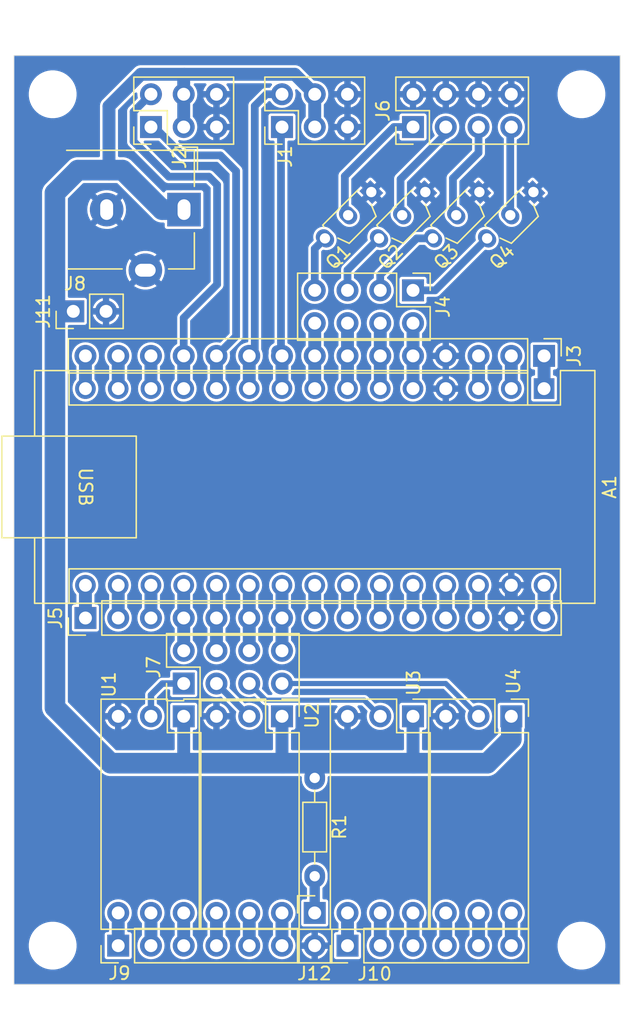
<source format=kicad_pcb>
(kicad_pcb (version 20240108) (generator "pcbnew") (generator_version "8.0")
  (title_block (title "EVBPusher Nano Base Board") (rev "0.1") (company "田中屋電脳部"))
  (layers (0 "F.Cu" signal) (31 "B.Cu" signal) (34 "B.Paste" user) (35 "F.Paste" user) (36 "B.SilkS" user "B.Silkscreen") (37 "F.SilkS" user "F.Silkscreen") (38 "B.Mask" user) (39 "F.Mask" user) (44 "Edge.Cuts" user))
  (net 0 "")
  (net 1 "/A5")
  (net 2 "GND")
  (net 3 "/PIN17_3V3")
  (net 4 "/A4")
  (net 5 "/D5")
  (net 6 "/A6")
  (net 7 "/PIN18_AREF")
  (net 8 "/D10")
  (net 9 "/A3")
  (net 10 "/A7")
  (net 11 "/TX1_DO_NOT_USE")
  (net 12 "/D2")
  (net 13 "/RX1_DO_NOT_USE")
  (net 14 "/D7")
  (net 15 "/PIN30_VIN")
  (net 16 "/D11")
  (net 17 "/A0")
  (net 18 "/PIN27_5V")
  (net 19 "/D9")
  (net 20 "/A1")
  (net 21 "/D13")
  (net 22 "/D3")
  (net 23 "/D8")
  (net 24 "/PIN3_RST")
  (net 25 "/D6")
  (net 26 "/PIN28_RST")
  (net 27 "/D12")
  (net 28 "/D4")
  (net 29 "/A2")
  (net 30 "+5VP")
  (net 31 "Net-(J10-Pin_1)")
  (net 32 "/SW_OD3")
  (net 33 "/SW_OD4")
  (net 34 "/SW_OD2")
  (net 35 "/SW_OD1")
  (net 36 "Net-(J9-Pin_6)")
  (net 37 "Net-(J9-Pin_2)")
  (net 38 "Net-(J9-Pin_4)")
  (net 39 "Net-(J9-Pin_3)")
  (net 40 "Net-(J9-Pin_1)")
  (net 41 "Net-(J9-Pin_5)")
  (net 42 "Net-(J10-Pin_4)")
  (net 43 "Net-(J10-Pin_6)")
  (net 44 "Net-(J10-Pin_2)")
  (net 45 "Net-(J10-Pin_3)")
  (net 46 "Net-(J10-Pin_5)")
  (net 47 "Net-(J7-Pin_1)")
  (net 48 "Net-(J7-Pin_3)")
  (net 49 "Net-(J7-Pin_5)")
  (net 50 "Net-(J7-Pin_7)")
  (net 51 "Net-(J4-Pin_7)")
  (net 52 "Net-(J4-Pin_5)")
  (net 53 "Net-(J4-Pin_1)")
  (net 54 "Net-(J4-Pin_3)")
  (net 55 "Net-(J12-Pin_1)")
  (footprint "01_Prj_Local_Footpint:PinHeader_2x04_P2.54mm_nomargin_Vertical" (layer "F.Cu") (at 113.16 126.68 90)
    (property "Reference" "J7" (at 1.27 -2.33 90) (layer "F.SilkS"))
    (property "Value" "2.54mm Jumper Post x4")
    (fp_line (start 3.87 -1.33) (end 3.87 8.95) (stroke (width 0.12)) (layer "F.SilkS"))
    (fp_line (start 1.27 -1.33) (end 3.87 -1.33) (stroke (width 0.12)) (layer "F.SilkS"))
    (fp_line (start -1.33 -1.33) (end 0 -1.33) (stroke (width 0.12)) (layer "F.SilkS"))
    (fp_line (start -1.33 0) (end -1.33 -1.33) (stroke (width 0.12)) (layer "F.SilkS"))
    (fp_line (start 1.27 1.27) (end 1.27 -1.33) (stroke (width 0.12)) (layer "F.SilkS"))
    (fp_line (start -1.33 1.27) (end 1.27 1.27) (stroke (width 0.12)) (layer "F.SilkS"))
    (fp_line (start -1.33 1.27) (end -1.33 8.95) (stroke (width 0.12)) (layer "F.SilkS"))
    (fp_line (start -1.33 8.95) (end 3.87 8.95) (stroke (width 0.12)) (layer "F.SilkS"))
    (pad "1" thru_hole rect (at 0 0 90) (size 1.7 1.7) (drill 1) (layers "*.Cu" "*.Mask") (net 47 "Net-(J7-Pin_1)"))
    (pad "2" thru_hole oval (at 2.54 0 90) (size 1.7 1.7) (drill 1) (layers "*.Cu" "*.Mask") (net 17 "/A0"))
    (pad "3" thru_hole oval (at 0 2.54 90) (size 1.7 1.7) (drill 1) (layers "*.Cu" "*.Mask") (net 48 "Net-(J7-Pin_3)"))
    (pad "4" thru_hole oval (at 2.54 2.54 90) (size 1.7 1.7) (drill 1) (layers "*.Cu" "*.Mask") (net 20 "/A1"))
    (pad "5" thru_hole oval (at 0 5.08 90) (size 1.7 1.7) (drill 1) (layers "*.Cu" "*.Mask") (net 49 "Net-(J7-Pin_5)"))
    (pad "6" thru_hole oval (at 2.54 5.08 90) (size 1.7 1.7) (drill 1) (layers "*.Cu" "*.Mask") (net 29 "/A2"))
    (pad "7" thru_hole oval (at 0 7.62 90) (size 1.7 1.7) (drill 1) (layers "*.Cu" "*.Mask") (net 50 "Net-(J7-Pin_7)"))
    (pad "8" thru_hole oval (at 2.54 7.62 90) (size 1.7 1.7) (drill 1) (layers "*.Cu" "*.Mask") (net 9 "/A3"))
  )
  (footprint "01_Prj_Local_Footpint:PinHeader_2x03_P2.54mm_nomargin_Vertical" (layer "F.Cu") (at 110.62 83.54 90)
    (property "Reference" "J2" (at -2.3876 2.2098 90) (layer "F.SilkS"))
    (property "Value" "Servo 3x2 header")
    (fp_line (start 3.87 -1.33) (end 3.87 6.41) (stroke (width 0.12)) (layer "F.SilkS"))
    (fp_line (start 1.27 -1.33) (end 3.87 -1.33) (stroke (width 0.12)) (layer "F.SilkS"))
    (fp_line (start -1.33 -1.33) (end 0 -1.33) (stroke (width 0.12)) (layer "F.SilkS"))
    (fp_line (start -1.33 0) (end -1.33 -1.33) (stroke (width 0.12)) (layer "F.SilkS"))
    (fp_line (start 1.27 1.27) (end 1.27 -1.33) (stroke (width 0.12)) (layer "F.SilkS"))
    (fp_line (start -1.33 1.27) (end 1.27 1.27) (stroke (width 0.12)) (layer "F.SilkS"))
    (fp_line (start -1.33 1.27) (end -1.33 6.41) (stroke (width 0.12)) (layer "F.SilkS"))
    (fp_line (start -1.33 6.41) (end 3.87 6.41) (stroke (width 0.12)) (layer "F.SilkS"))
    (pad "1" thru_hole rect (at 0 0 90) (size 1.7 1.7) (drill 1) (layers "*.Cu" "*.Mask") (net 23 "/D8"))
    (pad "2" thru_hole oval (at 2.54 0 90) (size 1.7 1.7) (drill 1) (layers "*.Cu" "*.Mask") (net 19 "/D9"))
    (pad "3" thru_hole oval (at 0 2.54 90) (size 1.7 1.7) (drill 1) (layers "*.Cu" "*.Mask") (net 30 "+5VP"))
    (pad "4" thru_hole oval (at 2.54 2.54 90) (size 1.7 1.7) (drill 1) (layers "*.Cu" "*.Mask") (net 30 "+5VP"))
    (pad "5" thru_hole oval (at 0 5.08 90) (size 1.7 1.7) (drill 1) (layers "*.Cu" "*.Mask") (net 2 "GND"))
    (pad "6" thru_hole oval (at 2.54 5.08 90) (size 1.7 1.7) (drill 1) (layers "*.Cu" "*.Mask") (net 2 "GND"))
  )
  (footprint "MountingHole:MountingHole_3.2mm_M3" (layer "F.Cu") (at 144 81)
    (property "Reference" "MH2" (hide yes))
    (property "Value" "MountingHole_3.2mm_M3" (hide yes))
    (pad "" np_thru_hole circle (at 0 0) (size 3.2 3.2) (drill 3.2) (layers "*.Cu" "*.Mask"))
  )
  (footprint "01_Prj_Local_Footpint:BarrelJack_2.1mm_4A_18742_TMVC" (layer "F.Cu") (at 113.185 89.941 -90)
    (property "Reference" "J8" (at 5.75 8.45 0) (layer "F.SilkS"))
    (property "Value" "Barrel_Jack_Switch")
    (fp_line (start -4.595112 9.1) (end -4.6 -0.8) (stroke (width 0.12)) (layer "F.SilkS"))
    (fp_line (start 4.6 4.8) (end 4.6 9) (stroke (width 0.12)) (layer "F.SilkS"))
    (fp_line (start -4.84 0.7) (end -4.84 -1.04) (stroke (width 0.12)) (layer "F.SilkS"))
    (fp_line (start -4.6 -0.8) (end -1.8 -0.8) (stroke (width 0.12)) (layer "F.SilkS"))
    (fp_line (start 1.8 -0.8) (end 4.6 -0.8) (stroke (width 0.12)) (layer "F.SilkS"))
    (fp_line (start 4.6 -0.8) (end 4.6 1.2) (stroke (width 0.12)) (layer "F.SilkS"))
    (fp_line (start -4.84 -1.04) (end -3.1 -1.04) (stroke (width 0.12)) (layer "F.SilkS"))
    (pad "1" thru_hole rect (at 0 0 270) (size 2.6 2.6) (drill oval 1.6 1) (layers "*.Cu" "*.Mask") (net 30 "+5VP"))
    (pad "2" thru_hole circle (at 0 6 270) (size 2.6 2.6) (drill oval 1.6 1) (layers "*.Cu" "*.Mask") (net 2 "GND"))
    (pad "3" thru_hole circle (at 4.7 3 270) (size 2.6 2.6) (drill oval 1 1.6) (layers "*.Cu" "*.Mask") (net 2 "GND"))
  )
  (footprint "01_Prj_Local_Footpint:PinHeader_1x15_P2.54mm_nomargein_Vertical" (layer "F.Cu") (at 105.54 121.6 90)
    (property "Reference" "J5" (at 0 -2.33 90) (layer "F.SilkS"))
    (property "Value" "Conn_01x15_Pin")
    (fp_line (start -1.33 -1.33) (end 0 -1.33) (stroke (width 0.12)) (layer "F.SilkS"))
    (fp_line (start -1.33 0) (end -1.33 -1.33) (stroke (width 0.12)) (layer "F.SilkS"))
    (fp_line (start 1.33 1.27) (end 1.33 36.89) (stroke (width 0.12)) (layer "F.SilkS"))
    (fp_line (start -1.33 1.27) (end 1.33 1.27) (stroke (width 0.12)) (layer "F.SilkS"))
    (fp_line (start -1.33 1.27) (end -1.33 36.89) (stroke (width 0.12)) (layer "F.SilkS"))
    (fp_line (start -1.33 36.89) (end 1.33 36.89) (stroke (width 0.12)) (layer "F.SilkS"))
    (pad "1" thru_hole rect (at 0 0 90) (size 1.7 1.7) (drill 1) (layers "*.Cu" "*.Mask") (net 21 "/D13"))
    (pad "2" thru_hole oval (at 0 2.54 90) (size 1.7 1.7) (drill 1) (layers "*.Cu" "*.Mask") (net 3 "/PIN17_3V3"))
    (pad "3" thru_hole oval (at 0 5.08 90) (size 1.7 1.7) (drill 1) (layers "*.Cu" "*.Mask") (net 7 "/PIN18_AREF"))
    (pad "4" thru_hole oval (at 0 7.62 90) (size 1.7 1.7) (drill 1) (layers "*.Cu" "*.Mask") (net 17 "/A0"))
    (pad "5" thru_hole oval (at 0 10.16 90) (size 1.7 1.7) (drill 1) (layers "*.Cu" "*.Mask") (net 20 "/A1"))
    (pad "6" thru_hole oval (at 0 12.7 90) (size 1.7 1.7) (drill 1) (layers "*.Cu" "*.Mask") (net 29 "/A2"))
    (pad "7" thru_hole oval (at 0 15.24 90) (size 1.7 1.7) (drill 1) (layers "*.Cu" "*.Mask") (net 9 "/A3"))
    (pad "8" thru_hole oval (at 0 17.78 90) (size 1.7 1.7) (drill 1) (layers "*.Cu" "*.Mask") (net 4 "/A4"))
    (pad "9" thru_hole oval (at 0 20.32 90) (size 1.7 1.7) (drill 1) (layers "*.Cu" "*.Mask") (net 1 "/A5"))
    (pad "10" thru_hole oval (at 0 22.86 90) (size 1.7 1.7) (drill 1) (layers "*.Cu" "*.Mask") (net 6 "/A6"))
    (pad "11" thru_hole oval (at 0 25.4 90) (size 1.7 1.7) (drill 1) (layers "*.Cu" "*.Mask") (net 10 "/A7"))
    (pad "12" thru_hole oval (at 0 27.94 90) (size 1.7 1.7) (drill 1) (layers "*.Cu" "*.Mask") (net 18 "/PIN27_5V"))
    (pad "13" thru_hole oval (at 0 30.48 90) (size 1.7 1.7) (drill 1) (layers "*.Cu" "*.Mask") (net 26 "/PIN28_RST"))
    (pad "14" thru_hole oval (at 0 33.02 90) (size 1.7 1.7) (drill 1) (layers "*.Cu" "*.Mask") (net 2 "GND"))
    (pad "15" thru_hole oval (at 0 35.56 90) (size 1.7 1.7) (drill 1) (layers "*.Cu" "*.Mask") (net 15 "/PIN30_VIN"))
  )
  (footprint "01_Prj_Local_Footpint:PinHeader_1x15_P2.54mm_nomargein_Vertical" (layer "F.Cu") (at 141.1 101.28 -90)
    (property "Reference" "J3" (at 0 -2.33 90) (layer "F.SilkS"))
    (property "Value" "Conn_01x15_Pin")
    (fp_line (start -1.33 36.89) (end 1.33 36.89) (stroke (width 0.12)) (layer "F.SilkS"))
    (fp_line (start -1.33 1.27) (end -1.33 36.89) (stroke (width 0.12)) (layer "F.SilkS"))
    (fp_line (start -1.33 1.27) (end 1.33 1.27) (stroke (width 0.12)) (layer "F.SilkS"))
    (fp_line (start 1.33 1.27) (end 1.33 36.89) (stroke (width 0.12)) (layer "F.SilkS"))
    (fp_line (start -1.33 0) (end -1.33 -1.33) (stroke (width 0.12)) (layer "F.SilkS"))
    (fp_line (start -1.33 -1.33) (end 0 -1.33) (stroke (width 0.12)) (layer "F.SilkS"))
    (pad "1" thru_hole rect (at 0 0 270) (size 1.7 1.7) (drill 1) (layers "*.Cu" "*.Mask") (net 11 "/TX1_DO_NOT_USE"))
    (pad "2" thru_hole oval (at 0 2.54 270) (size 1.7 1.7) (drill 1) (layers "*.Cu" "*.Mask") (net 13 "/RX1_DO_NOT_USE"))
    (pad "3" thru_hole oval (at 0 5.08 270) (size 1.7 1.7) (drill 1) (layers "*.Cu" "*.Mask") (net 24 "/PIN3_RST"))
    (pad "4" thru_hole oval (at 0 7.62 270) (size 1.7 1.7) (drill 1) (layers "*.Cu" "*.Mask") (net 2 "GND"))
    (pad "5" thru_hole oval (at 0 10.16 270) (size 1.7 1.7) (drill 1) (layers "*.Cu" "*.Mask") (net 12 "/D2"))
    (pad "6" thru_hole oval (at 0 12.7 270) (size 1.7 1.7) (drill 1) (layers "*.Cu" "*.Mask") (net 22 "/D3"))
    (pad "7" thru_hole oval (at 0 15.24 270) (size 1.7 1.7) (drill 1) (layers "*.Cu" "*.Mask") (net 28 "/D4"))
    (pad "8" thru_hole oval (at 0 17.78 270) (size 1.7 1.7) (drill 1) (layers "*.Cu" "*.Mask") (net 5 "/D5"))
    (pad "9" thru_hole oval (at 0 20.32 270) (size 1.7 1.7) (drill 1) (layers "*.Cu" "*.Mask") (net 25 "/D6"))
    (pad "10" thru_hole oval (at 0 22.86 270) (size 1.7 1.7) (drill 1) (layers "*.Cu" "*.Mask") (net 14 "/D7"))
    (pad "11" thru_hole oval (at 0 25.4 270) (size 1.7 1.7) (drill 1) (layers "*.Cu" "*.Mask") (net 23 "/D8"))
    (pad "12" thru_hole oval (at 0 27.94 270) (size 1.7 1.7) (drill 1) (layers "*.Cu" "*.Mask") (net 19 "/D9"))
    (pad "13" thru_hole oval (at 0 30.48 270) (size 1.7 1.7) (drill 1) (layers "*.Cu" "*.Mask") (net 8 "/D10"))
    (pad "14" thru_hole oval (at 0 33.02 270) (size 1.7 1.7) (drill 1) (layers "*.Cu" "*.Mask") (net 16 "/D11"))
    (pad "15" thru_hole oval (at 0 35.56 270) (size 1.7 1.7) (drill 1) (layers "*.Cu" "*.Mask") (net 27 "/D12"))
  )
  (footprint "01_Prj_Local_Footpint:TO-92S_Wide_TMVC" (layer "F.Cu") (at 127.704051 88.58 -135)
    (property "Reference" "Q1" (at 5.366977 -1.749346 -135) (layer "F.SilkS"))
    (property "Value" "INK021ABS1-T112")
    (fp_line (start 4.47 0.85) (end 4.5 0.7) (stroke (width 0.12)) (layer "F.SilkS"))
    (fp_line (start 4.35 -0.7) (end 4.02 -1.6) (stroke (width 0.12)) (layer "F.SilkS"))
    (fp_line (start 4.02 -1.6) (end 1.07 -1.6) (stroke (width 0.12)) (layer "F.SilkS"))
    (fp_line (start 0.62 0.85) (end 4.47 0.85) (stroke (width 0.12)) (layer "F.SilkS"))
    (fp_line (start 1.07 -1.6) (end 0.7 -0.7) (stroke (width 0.12)) (layer "F.SilkS"))
    (pad "1" thru_hole rect (at 0 0 225) (size 1.2 1.4) (drill 0.8) (layers "*.Cu" "*.Mask") (net 2 "GND"))
    (pad "2" thru_hole oval (at 2.54 0 225) (size 1.2 1.5) (drill 0.8) (layers "*.Cu" "*.Mask") (net 35 "/SW_OD1"))
    (pad "3" thru_hole oval (at 5.079999 0 225) (size 1.2 1.5) (drill 0.8) (layers "*.Cu" "*.Mask") (net 51 "Net-(J4-Pin_7)"))
  )
  (footprint "MountingHole:MountingHole_3.2mm_M3" (layer "F.Cu") (at 103 147)
    (property "Reference" "MH3" (hide yes))
    (property "Value" "MountingHole_3.2mm_M3" (hide yes))
    (pad "" np_thru_hole circle (at 0 0) (size 3.2 3.2) (drill 3.2) (layers "*.Cu" "*.Mask"))
  )
  (footprint "01_Prj_Local_Footpint:AE-G5V-DRV" (layer "F.Cu") (at 113.16 129.22 -90)
    (property "Reference" "U1" (at -2.461 5.794 90) (layer "F.SilkS"))
    (property "Value" "AE-G5V-DRV" (hide yes))
    (fp_line (start -1.33 6.41) (end 16.51 6.41) (stroke (width 0.12)) (layer "F.SilkS"))
    (fp_line (start -1.33 1.27) (end -1.33 6.41) (stroke (width 0.12)) (layer "F.SilkS"))
    (fp_line (start -1.33 1.27) (end 1.27 1.27) (stroke (width 0.12)) (layer "F.SilkS"))
    (fp_line (start 1.27 1.27) (end 1.27 -1.33) (stroke (width 0.12)) (layer "F.SilkS"))
    (fp_line (start -1.33 0) (end -1.33 -1.33) (stroke (width 0.12)) (layer "F.SilkS"))
    (fp_line (start -1.33 -1.33) (end 0 -1.33) (stroke (width 0.12)) (layer "F.SilkS"))
    (fp_line (start 1.27 -1.33) (end 16.51 -1.33) (stroke (width 0.12)) (layer "F.SilkS"))
    (fp_line (start 16.51 -1.33) (end 16.51 6.41) (stroke (width 0.12)) (layer "F.SilkS"))
    (pad "1" thru_hole rect (at 0 0 270) (size 1.7 1.7) (drill 1) (layers "*.Cu" "*.Mask") (net 30 "+5VP"))
    (pad "2" thru_hole oval (at 0 2.54 270) (size 1.7 1.7) (drill 1) (layers "*.Cu" "*.Mask") (net 47 "Net-(J7-Pin_1)"))
    (pad "3" thru_hole oval (at 0 5.08 270) (size 1.7 1.7) (drill 1) (layers "*.Cu" "*.Mask") (net 2 "GND"))
    (pad "4" thru_hole oval (at 15.24 5.08 270) (size 1.7 1.7) (drill 1) (layers "*.Cu" "*.Mask") (net 40 "Net-(J9-Pin_1)"))
    (pad "5" thru_hole oval (at 15.24 2.54 270) (size 1.7 1.7) (drill 1) (layers "*.Cu" "*.Mask") (net 37 "Net-(J9-Pin_2)"))
    (pad "6" thru_hole oval (at 15.24 0 270) (size 1.7 1.7) (drill 1) (layers "*.Cu" "*.Mask") (net 39 "Net-(J9-Pin_3)"))
  )
  (footprint "01_Prj_Local_Footpint:R_Axial_DIN0204_L3.6mm_D1.6mm_P7.62mm_Horizontal_TMVC" (layer "F.Cu") (at 123.3172 133.998 -90)
    (property "Reference" "R1" (at 3.81 -1.92 -90) (layer "F.SilkS"))
    (property "Value" "0 ohm")
    (fp_line (start 1.89 0.92) (end 5.73 0.92) (stroke (width 0.12)) (layer "F.SilkS"))
    (fp_line (start 5.73 0.92) (end 5.73 -0.92) (stroke (width 0.12)) (layer "F.SilkS"))
    (fp_line (start 0.94 0) (end 1.89 0) (stroke (width 0.12)) (layer "F.SilkS"))
    (fp_line (start 6.68 0) (end 5.73 0) (stroke (width 0.12)) (layer "F.SilkS"))
    (fp_line (start 1.89 -0.92) (end 1.89 0.92) (stroke (width 0.12)) (layer "F.SilkS"))
    (fp_line (start 5.73 -0.92) (end 1.89 -0.92) (stroke (width 0.12)) (layer "F.SilkS"))
    (pad "1" thru_hole oval (at 0 0 270) (size 1.8 1.6) (drill 0.8) (layers "*.Cu" "*.Mask") (net 30 "+5VP"))
    (pad "2" thru_hole oval (at 7.62 0 270) (size 1.8 1.6) (drill 0.8) (layers "*.Cu" "*.Mask") (net 55 "Net-(J12-Pin_1)"))
  )
  (footprint "01_Prj_Local_Footpint:TO-92S_Wide_TMVC" (layer "F.Cu") (at 140.277051 88.58 -135)
    (property "Reference" "Q4" (at 5.277174 -1.839149 -135) (layer "F.SilkS"))
    (property "Value" "INK021ABS1-T112")
    (fp_line (start 4.47 0.85) (end 4.5 0.7) (stroke (width 0.12)) (layer "F.SilkS"))
    (fp_line (start 4.35 -0.7) (end 4.02 -1.6) (stroke (width 0.12)) (layer "F.SilkS"))
    (fp_line (start 4.02 -1.6) (end 1.07 -1.6) (stroke (width 0.12)) (layer "F.SilkS"))
    (fp_line (start 0.62 0.85) (end 4.47 0.85) (stroke (width 0.12)) (layer "F.SilkS"))
    (fp_line (start 1.07 -1.6) (end 0.7 -0.7) (stroke (width 0.12)) (layer "F.SilkS"))
    (pad "1" thru_hole rect (at 0 0 225) (size 1.2 1.4) (drill 0.8) (layers "*.Cu" "*.Mask") (net 2 "GND"))
    (pad "2" thru_hole oval (at 2.54 0 225) (size 1.2 1.5) (drill 0.8) (layers "*.Cu" "*.Mask") (net 33 "/SW_OD4"))
    (pad "3" thru_hole oval (at 5.079999 0 225) (size 1.2 1.5) (drill 0.8) (layers "*.Cu" "*.Mask") (net 53 "Net-(J4-Pin_1)"))
  )
  (footprint "01_Prj_Local_Footpint:AE-G5V-DRV" (layer "F.Cu") (at 130.94 129.22 -90)
    (property "Reference" "U3" (at -2.588 -0.048 90) (layer "F.SilkS"))
    (property "Value" "AE-G5V-DRV" (hide yes))
    (fp_line (start -1.33 6.41) (end 16.51 6.41) (stroke (width 0.12)) (layer "F.SilkS"))
    (fp_line (start -1.33 1.27) (end -1.33 6.41) (stroke (width 0.12)) (layer "F.SilkS"))
    (fp_line (start -1.33 1.27) (end 1.27 1.27) (stroke (width 0.12)) (layer "F.SilkS"))
    (fp_line (start 1.27 1.27) (end 1.27 -1.33) (stroke (width 0.12)) (layer "F.SilkS"))
    (fp_line (start -1.33 0) (end -1.33 -1.33) (stroke (width 0.12)) (layer "F.SilkS"))
    (fp_line (start -1.33 -1.33) (end 0 -1.33) (stroke (width 0.12)) (layer "F.SilkS"))
    (fp_line (start 1.27 -1.33) (end 16.51 -1.33) (stroke (width 0.12)) (layer "F.SilkS"))
    (fp_line (start 16.51 -1.33) (end 16.51 6.41) (stroke (width 0.12)) (layer "F.SilkS"))
    (pad "1" thru_hole rect (at 0 0 270) (size 1.7 1.7) (drill 1) (layers "*.Cu" "*.Mask") (net 30 "+5VP"))
    (pad "2" thru_hole oval (at 0 2.54 270) (size 1.7 1.7) (drill 1) (layers "*.Cu" "*.Mask") (net 49 "Net-(J7-Pin_5)"))
    (pad "3" thru_hole oval (at 0 5.08 270) (size 1.7 1.7) (drill 1) (layers "*.Cu" "*.Mask") (net 2 "GND"))
    (pad "4" thru_hole oval (at 15.24 5.08 270) (size 1.7 1.7) (drill 1) (layers "*.Cu" "*.Mask") (net 31 "Net-(J10-Pin_1)"))
    (pad "5" thru_hole oval (at 15.24 2.54 270) (size 1.7 1.7) (drill 1) (layers "*.Cu" "*.Mask") (net 44 "Net-(J10-Pin_2)"))
    (pad "6" thru_hole oval (at 15.24 0 270) (size 1.7 1.7) (drill 1) (layers "*.Cu" "*.Mask") (net 45 "Net-(J10-Pin_3)"))
  )
  (footprint "MountingHole:MountingHole_3.2mm_M3" (layer "F.Cu") (at 144 147)
    (property "Reference" "MH4" (hide yes))
    (property "Value" "MountingHole_3.2mm_M3" (hide yes))
    (pad "" np_thru_hole circle (at 0 0) (size 3.2 3.2) (drill 3.2) (layers "*.Cu" "*.Mask"))
  )
  (footprint "01_Prj_Local_Footpint:PinHeader_1x02_P2.54mm_nomargin_Vertical" (layer "F.Cu") (at 123.3172 144.4628)
    (property "Reference" "J12" (at -0.0254 4.699 0) (layer "F.SilkS"))
    (property "Value" "2.54mm pin")
    (fp_line (start -1.33 -1.33) (end 0 -1.33) (stroke (width 0.12)) (layer "F.SilkS"))
    (fp_line (start -1.33 0) (end -1.33 -1.33) (stroke (width 0.12)) (layer "F.SilkS"))
    (fp_line (start -1.33 1.27) (end -1.33 3.87) (stroke (width 0.12)) (layer "F.SilkS"))
    (fp_line (start -1.33 1.27) (end 1.33 1.27) (stroke (width 0.12)) (layer "F.SilkS"))
    (fp_line (start -1.33 3.87) (end 1.33 3.87) (stroke (width 0.12)) (layer "F.SilkS"))
    (fp_line (start 1.33 1.27) (end 1.33 3.87) (stroke (width 0.12)) (layer "F.SilkS"))
    (pad "1" thru_hole rect (at 0 0) (size 1.7 1.7) (drill 1) (layers "*.Cu" "*.Mask") (net 55 "Net-(J12-Pin_1)"))
    (pad "2" thru_hole oval (at 0 2.54) (size 1.7 1.7) (drill 1) (layers "*.Cu" "*.Mask") (net 2 "GND"))
  )
  (footprint "01_Prj_Local_Footpint:TO-92S_Wide_TMVC" (layer "F.Cu") (at 131.895051 88.58 -135)
    (property "Reference" "Q2" (at 5.456779 -1.659544 -135) (layer "F.SilkS"))
    (property "Value" "INK021ABS1-T112")
    (fp_line (start 4.47 0.85) (end 4.5 0.7) (stroke (width 0.12)) (layer "F.SilkS"))
    (fp_line (start 4.35 -0.7) (end 4.02 -1.6) (stroke (width 0.12)) (layer "F.SilkS"))
    (fp_line (start 4.02 -1.6) (end 1.07 -1.6) (stroke (width 0.12)) (layer "F.SilkS"))
    (fp_line (start 0.62 0.85) (end 4.47 0.85) (stroke (width 0.12)) (layer "F.SilkS"))
    (fp_line (start 1.07 -1.6) (end 0.7 -0.7) (stroke (width 0.12)) (layer "F.SilkS"))
    (pad "1" thru_hole rect (at 0 0 225) (size 1.2 1.4) (drill 0.8) (layers "*.Cu" "*.Mask") (net 2 "GND"))
    (pad "2" thru_hole oval (at 2.54 0 225) (size 1.2 1.5) (drill 0.8) (layers "*.Cu" "*.Mask") (net 34 "/SW_OD2"))
    (pad "3" thru_hole oval (at 5.079999 0 225) (size 1.2 1.5) (drill 0.8) (layers "*.Cu" "*.Mask") (net 52 "Net-(J4-Pin_5)"))
  )
  (footprint "01_Prj_Local_Footpint:PinHeader_1x06_P2.54mm_nomargin_Vertical" (layer "F.Cu") (at 108.08 147 90)
    (property "Reference" "J9" (at -2.1364 0.0988 180) (layer "F.SilkS"))
    (property "Value" "2.54mm 1x6pin")
    (fp_line (start -1.33 -1.33) (end 0 -1.33) (stroke (width 0.12)) (layer "F.SilkS"))
    (fp_line (start -1.33 0) (end -1.33 -1.33) (stroke (width 0.12)) (layer "F.SilkS"))
    (fp_line (start 1.33 1.27) (end 1.33 14.03) (stroke (width 0.12)) (layer "F.SilkS"))
    (fp_line (start -1.33 1.27) (end 1.33 1.27) (stroke (width 0.12)) (layer "F.SilkS"))
    (fp_line (start -1.33 1.27) (end -1.33 14.03) (stroke (width 0.12)) (layer "F.SilkS"))
    (fp_line (start -1.33 14.03) (end 1.33 14.03) (stroke (width 0.12)) (layer "F.SilkS"))
    (pad "1" thru_hole rect (at 0 0 90) (size 1.7 1.7) (drill 1) (layers "*.Cu" "*.Mask") (net 40 "Net-(J9-Pin_1)"))
    (pad "2" thru_hole oval (at 0 2.54 90) (size 1.7 1.7) (drill 1) (layers "*.Cu" "*.Mask") (net 37 "Net-(J9-Pin_2)"))
    (pad "3" thru_hole oval (at 0 5.08 90) (size 1.7 1.7) (drill 1) (layers "*.Cu" "*.Mask") (net 39 "Net-(J9-Pin_3)"))
    (pad "4" thru_hole oval (at 0 7.62 90) (size 1.7 1.7) (drill 1) (layers "*.Cu" "*.Mask") (net 38 "Net-(J9-Pin_4)"))
    (pad "5" thru_hole oval (at 0 10.16 90) (size 1.7 1.7) (drill 1) (layers "*.Cu" "*.Mask") (net 41 "Net-(J9-Pin_5)"))
    (pad "6" thru_hole oval (at 0 12.7 90) (size 1.7 1.7) (drill 1) (layers "*.Cu" "*.Mask") (net 36 "Net-(J9-Pin_6)"))
  )
  (footprint "01_Prj_Local_Footpint:PinHeader_1x06_P2.54mm_nomargin_Vertical" (layer "F.Cu") (at 125.86 147 90)
    (property "Reference" "J10" (at -2.1872 2.1054 180) (layer "F.SilkS"))
    (property "Value" "2.54mm 1x6pin")
    (fp_line (start -1.33 -1.33) (end 0 -1.33) (stroke (width 0.12)) (layer "F.SilkS"))
    (fp_line (start -1.33 0) (end -1.33 -1.33) (stroke (width 0.12)) (layer "F.SilkS"))
    (fp_line (start 1.33 1.27) (end 1.33 14.03) (stroke (width 0.12)) (layer "F.SilkS"))
    (fp_line (start -1.33 1.27) (end 1.33 1.27) (stroke (width 0.12)) (layer "F.SilkS"))
    (fp_line (start -1.33 1.27) (end -1.33 14.03) (stroke (width 0.12)) (layer "F.SilkS"))
    (fp_line (start -1.33 14.03) (end 1.33 14.03) (stroke (width 0.12)) (layer "F.SilkS"))
    (pad "1" thru_hole rect (at 0 0 90) (size 1.7 1.7) (drill 1) (layers "*.Cu" "*.Mask") (net 31 "Net-(J10-Pin_1)"))
    (pad "2" thru_hole oval (at 0 2.54 90) (size 1.7 1.7) (drill 1) (layers "*.Cu" "*.Mask") (net 44 "Net-(J10-Pin_2)"))
    (pad "3" thru_hole oval (at 0 5.08 90) (size 1.7 1.7) (drill 1) (layers "*.Cu" "*.Mask") (net 45 "Net-(J10-Pin_3)"))
    (pad "4" thru_hole oval (at 0 7.62 90) (size 1.7 1.7) (drill 1) (layers "*.Cu" "*.Mask") (net 42 "Net-(J10-Pin_4)"))
    (pad "5" thru_hole oval (at 0 10.16 90) (size 1.7 1.7) (drill 1) (layers "*.Cu" "*.Mask") (net 46 "Net-(J10-Pin_5)"))
    (pad "6" thru_hole oval (at 0 12.7 90) (size 1.7 1.7) (drill 1) (layers "*.Cu" "*.Mask") (net 43 "Net-(J10-Pin_6)"))
  )
  (footprint "01_Prj_Local_Footpint:PinHeader_1x02_P2.54mm_nomargin_Vertical" (layer "F.Cu") (at 104.5974 97.8284 90)
    (property "Reference" "J11" (at 0 -2.33 90) (layer "F.SilkS"))
    (property "Value" "2.54mm pin")
    (fp_line (start -1.33 -1.33) (end 0 -1.33) (stroke (width 0.12)) (layer "F.SilkS"))
    (fp_line (start -1.33 0) (end -1.33 -1.33) (stroke (width 0.12)) (layer "F.SilkS"))
    (fp_line (start 1.33 1.27) (end 1.33 3.87) (stroke (width 0.12)) (layer "F.SilkS"))
    (fp_line (start -1.33 1.27) (end 1.33 1.27) (stroke (width 0.12)) (layer "F.SilkS"))
    (fp_line (start -1.33 1.27) (end -1.33 3.87) (stroke (width 0.12)) (layer "F.SilkS"))
    (fp_line (start -1.33 3.87) (end 1.33 3.87) (stroke (width 0.12)) (layer "F.SilkS"))
    (pad "1" thru_hole rect (at 0 0 90) (size 1.7 1.7) (drill 1) (layers "*.Cu" "*.Mask") (net 30 "+5VP"))
    (pad "2" thru_hole oval (at 0 2.54 90) (size 1.7 1.7) (drill 1) (layers "*.Cu" "*.Mask") (net 2 "GND"))
  )
  (footprint "01_Prj_Local_Footpint:PinHeader_2x04_P2.54mm_nomargin_Vertical" (layer "F.Cu") (at 130.94 96.2 -90)
    (property "Reference" "J4" (at 1.27 -2.33 90) (layer "F.SilkS"))
    (property "Value" "Conn_02x04_Odd_Even")
    (fp_line (start -1.33 8.95) (end 3.87 8.95) (stroke (width 0.12)) (layer "F.SilkS"))
    (fp_line (start -1.33 1.27) (end -1.33 8.95) (stroke (width 0.12)) (layer "F.SilkS"))
    (fp_line (start -1.33 1.27) (end 1.27 1.27) (stroke (width 0.12)) (layer "F.SilkS"))
    (fp_line (start 1.27 1.27) (end 1.27 -1.33) (stroke (width 0.12)) (layer "F.SilkS"))
    (fp_line (start -1.33 0) (end -1.33 -1.33) (stroke (width 0.12)) (layer "F.SilkS"))
    (fp_line (start -1.33 -1.33) (end 0 -1.33) (stroke (width 0.12)) (layer "F.SilkS"))
    (fp_line (start 1.27 -1.33) (end 3.87 -1.33) (stroke (width 0.12)) (layer "F.SilkS"))
    (fp_line (start 3.87 -1.33) (end 3.87 8.95) (stroke (width 0.12)) (layer "F.SilkS"))
    (pad "1" thru_hole rect (at 0 0 270) (size 1.7 1.7) (drill 1) (layers "*.Cu" "*.Mask") (net 53 "Net-(J4-Pin_1)"))
    (pad "2" thru_hole oval (at 2.54 0 270) (size 1.7 1.7) (drill 1) (layers "*.Cu" "*.Mask") (net 12 "/D2"))
    (pad "3" thru_hole oval (at 0 2.54 270) (size 1.7 1.7) (drill 1) (layers "*.Cu" "*.Mask") (net 54 "Net-(J4-Pin_3)"))
    (pad "4" thru_hole oval (at 2.54 2.54 270) (size 1.7 1.7) (drill 1) (layers "*.Cu" "*.Mask") (net 22 "/D3"))
    (pad "5" thru_hole oval (at 0 5.08 270) (size 1.7 1.7) (drill 1) (layers "*.Cu" "*.Mask") (net 52 "Net-(J4-Pin_5)"))
    (pad "6" thru_hole oval (at 2.54 5.08 270) (size 1.7 1.7) (drill 1) (layers "*.Cu" "*.Mask") (net 28 "/D4"))
    (pad "7" thru_hole oval (at 0 7.62 270) (size 1.7 1.7) (drill 1) (layers "*.Cu" "*.Mask") (net 51 "Net-(J4-Pin_7)"))
    (pad "8" thru_hole oval (at 2.54 7.62 270) (size 1.7 1.7) (drill 1) (layers "*.Cu" "*.Mask") (net 5 "/D5"))
  )
  (footprint "Module:Arduino_Nano" (layer "F.Cu") (at 141.1 103.82 -90)
    (property "Reference" "A1" (at 7.62 -5.08 90) (layer "F.SilkS"))
    (property "Value" "Arduino_Nano_Every")
    (fp_line (start 3.68 42.04) (end 3.68 31.62) (stroke (width 0.12)) (layer "F.SilkS"))
    (fp_line (start 11.56 42.04) (end 3.68 42.04) (stroke (width 0.12)) (layer "F.SilkS"))
    (fp_line (start -1.4 39.5) (end 3.68 39.5) (stroke (width 0.12)) (layer "F.SilkS"))
    (fp_line (start 16.64 39.5) (end 11.56 39.5) (stroke (width 0.12)) (layer "F.SilkS"))
    (fp_line (start 16.64 39.5) (end 16.64 -3.94) (stroke (width 0.12)) (layer "F.SilkS"))
    (fp_line (start 1.27 36.83) (end -1.4 36.83) (stroke (width 0.12)) (layer "F.SilkS"))
    (fp_line (start 13.97 36.83) (end 16.64 36.83) (stroke (width 0.12)) (layer "F.SilkS"))
    (fp_line (start 3.68 31.62) (end 11.56 31.62) (stroke (width 0.12)) (layer "F.SilkS"))
    (fp_line (start 11.56 31.62) (end 11.56 42.04) (stroke (width 0.12)) (layer "F.SilkS"))
    (fp_line (start -1.4 1.27) (end -1.4 39.5) (stroke (width 0.12)) (layer "F.SilkS"))
    (fp_line (start 1.27 1.27) (end 1.27 36.83) (stroke (width 0.12)) (layer "F.SilkS"))
    (fp_line (start 1.27 1.27) (end -1.4 1.27) (stroke (width 0.12)) (layer "F.SilkS"))
    (fp_line (start 1.27 1.27) (end 1.27 -1.27) (stroke (width 0.12)) (layer "F.SilkS"))
    (fp_line (start 1.27 -1.27) (end -1.4 -1.27) (stroke (width 0.12)) (layer "F.SilkS"))
    (fp_line (start 13.97 -1.27) (end 13.97 36.83) (stroke (width 0.12)) (layer "F.SilkS"))
    (fp_line (start 13.97 -1.27) (end 16.64 -1.27) (stroke (width 0.12)) (layer "F.SilkS"))
    (fp_line (start -1.4 -3.94) (end -1.4 -1.27) (stroke (width 0.12)) (layer "F.SilkS"))
    (fp_line (start 16.64 -3.94) (end -1.4 -3.94) (stroke (width 0.12)) (layer "F.SilkS"))
    (fp_text user "USB" (at 7.62 35.56 -90) (layer "F.SilkS"))
    (pad "1" thru_hole rect (at 0 0 270) (size 1.6 1.6) (drill 1) (layers "*.Cu" "*.Mask") (net 11 "/TX1_DO_NOT_USE"))
    (pad "2" thru_hole oval (at 0 2.54 270) (size 1.6 1.6) (drill 1) (layers "*.Cu" "*.Mask") (net 13 "/RX1_DO_NOT_USE"))
    (pad "3" thru_hole oval (at 0 5.08 270) (size 1.6 1.6) (drill 1) (layers "*.Cu" "*.Mask") (net 24 "/PIN3_RST"))
    (pad "4" thru_hole oval (at 0 7.62 270) (size 1.6 1.6) (drill 1) (layers "*.Cu" "*.Mask") (net 2 "GND"))
    (pad "5" thru_hole oval (at 0 10.16 270) (size 1.6 1.6) (drill 1) (layers "*.Cu" "*.Mask") (net 12 "/D2"))
    (pad "6" thru_hole oval (at 0 12.7 270) (size 1.6 1.6) (drill 1) (layers "*.Cu" "*.Mask") (net 22 "/D3"))
    (pad "7" thru_hole oval (at 0 15.24 270) (size 1.6 1.6) (drill 1) (layers "*.Cu" "*.Mask") (net 28 "/D4"))
    (pad "8" thru_hole oval (at 0 17.78 270) (size 1.6 1.6) (drill 1) (layers "*.Cu" "*.Mask") (net 5 "/D5"))
    (pad "9" thru_hole oval (at 0 20.32 270) (size 1.6 1.6) (drill 1) (layers "*.Cu" "*.Mask") (net 25 "/D6"))
    (pad "10" thru_hole oval (at 0 22.86 270) (size 1.6 1.6) (drill 1) (layers "*.Cu" "*.Mask") (net 14 "/D7"))
    (pad "11" thru_hole oval (at 0 25.4 270) (size 1.6 1.6) (drill 1) (layers "*.Cu" "*.Mask") (net 23 "/D8"))
    (pad "12" thru_hole oval (at 0 27.94 270) (size 1.6 1.6) (drill 1) (layers "*.Cu" "*.Mask") (net 19 "/D9"))
    (pad "13" thru_hole oval (at 0 30.48 270) (size 1.6 1.6) (drill 1) (layers "*.Cu" "*.Mask") (net 8 "/D10"))
    (pad "14" thru_hole oval (at 0 33.02 270) (size 1.6 1.6) (drill 1) (layers "*.Cu" "*.Mask") (net 16 "/D11"))
    (pad "15" thru_hole oval (at 0 35.56 270) (size 1.6 1.6) (drill 1) (layers "*.Cu" "*.Mask") (net 27 "/D12"))
    (pad "16" thru_hole oval (at 15.24 35.56 270) (size 1.6 1.6) (drill 1) (layers "*.Cu" "*.Mask") (net 21 "/D13"))
    (pad "17" thru_hole oval (at 15.24 33.02 270) (size 1.6 1.6) (drill 1) (layers "*.Cu" "*.Mask") (net 3 "/PIN17_3V3"))
    (pad "18" thru_hole oval (at 15.24 30.48 270) (size 1.6 1.6) (drill 1) (layers "*.Cu" "*.Mask") (net 7 "/PIN18_AREF"))
    (pad "19" thru_hole oval (at 15.24 27.94 270) (size 1.6 1.6) (drill 1) (layers "*.Cu" "*.Mask") (net 17 "/A0"))
    (pad "20" thru_hole oval (at 15.24 25.4 270) (size 1.6 1.6) (drill 1) (layers "*.Cu" "*.Mask") (net 20 "/A1"))
    (pad "21" thru_hole oval (at 15.24 22.86 270) (size 1.6 1.6) (drill 1) (layers "*.Cu" "*.Mask") (net 29 "/A2"))
    (pad "22" thru_hole oval (at 15.24 20.32 270) (size 1.6 1.6) (drill 1) (layers "*.Cu" "*.Mask") (net 9 "/A3"))
    (pad "23" thru_hole oval (at 15.24 17.78 270) (size 1.6 1.6) (drill 1) (layers "*.Cu" "*.Mask") (net 4 "/A4"))
    (pad "24" thru_hole oval (at 15.24 15.24 270) (size 1.6 1.6) (drill 1) (layers "*.Cu" "*.Mask") (net 1 "/A5"))
    (pad "25" thru_hole oval (at 15.24 12.7 270) (size 1.6 1.6) (drill 1) (layers "*.Cu" "*.Mask") (net 6 "/A6"))
    (pad "26" thru_hole oval (at 15.24 10.16 270) (size 1.6 1.6) (drill 1) (layers "*.Cu" "*.Mask") (net 10 "/A7"))
    (pad "27" thru_hole oval (at 15.24 7.62 270) (size 1.6 1.6) (drill 1) (layers "*.Cu" "*.Mask") (net 18 "/PIN27_5V"))
    (pad "28" thru_hole oval (at 15.24 5.08 270) (size 1.6 1.6) (drill 1) (layers "*.Cu" "*.Mask") (net 26 "/PIN28_RST"))
    (pad "29" thru_hole oval (at 15.24 2.54 270) (size 1.6 1.6) (drill 1) (layers "*.Cu" "*.Mask") (net 2 "GND"))
    (pad "30" thru_hole oval (at 15.24 0 270) (size 1.6 1.6) (drill 1) (layers "*.Cu" "*.Mask") (net 15 "/PIN30_VIN"))
  )
  (footprint "01_Prj_Local_Footpint:AE-G5V-DRV" (layer "F.Cu") (at 138.56 129.22 -90)
    (property "Reference" "U4" (at -2.715 -0.175 90) (layer "F.SilkS"))
    (property "Value" "AE-G5V-DRV" (hide yes))
    (fp_line (start -1.33 6.41) (end 16.51 6.41) (stroke (width 0.12)) (layer "F.SilkS"))
    (fp_line (start -1.33 1.27) (end -1.33 6.41) (stroke (width 0.12)) (layer "F.SilkS"))
    (fp_line (start -1.33 1.27) (end 1.27 1.27) (stroke (width 0.12)) (layer "F.SilkS"))
    (fp_line (start 1.27 1.27) (end 1.27 -1.33) (stroke (width 0.12)) (layer "F.SilkS"))
    (fp_line (start -1.33 0) (end -1.33 -1.33) (stroke (width 0.12)) (layer "F.SilkS"))
    (fp_line (start -1.33 -1.33) (end 0 -1.33) (stroke (width 0.12)) (layer "F.SilkS"))
    (fp_line (start 1.27 -1.33) (end 16.51 -1.33) (stroke (width 0.12)) (layer "F.SilkS"))
    (fp_line (start 16.51 -1.33) (end 16.51 6.41) (stroke (width 0.12)) (layer "F.SilkS"))
    (pad "1" thru_hole rect (at 0 0 270) (size 1.7 1.7) (drill 1) (layers "*.Cu" "*.Mask") (net 30 "+5VP"))
    (pad "2" thru_hole oval (at 0 2.54 270) (size 1.7 1.7) (drill 1) (layers "*.Cu" "*.Mask") (net 50 "Net-(J7-Pin_7)"))
    (pad "3" thru_hole oval (at 0 5.08 270) (size 1.7 1.7) (drill 1) (layers "*.Cu" "*.Mask") (net 2 "GND"))
    (pad "4" thru_hole oval (at 15.24 5.08 270) (size 1.7 1.7) (drill 1) (layers "*.Cu" "*.Mask") (net 42 "Net-(J10-Pin_4)"))
    (pad "5" thru_hole oval (at 15.24 2.54 270) (size 1.7 1.7) (drill 1) (layers "*.Cu" "*.Mask") (net 46 "Net-(J10-Pin_5)"))
    (pad "6" thru_hole oval (at 15.24 0 270) (size 1.7 1.7) (drill 1) (layers "*.Cu" "*.Mask") (net 43 "Net-(J10-Pin_6)"))
  )
  (footprint "01_Prj_Local_Footpint:PinHeader_2x03_P2.54mm_nomargin_Vertical" (layer "F.Cu") (at 120.78 83.54 90)
    (property "Reference" "J1" (at -2.286 0.254 90) (layer "F.SilkS"))
    (property "Value" "Servo 3x2 header")
    (fp_line (start 3.87 -1.33) (end 3.87 6.41) (stroke (width 0.12)) (layer "F.SilkS"))
    (fp_line (start 1.27 -1.33) (end 3.87 -1.33) (stroke (width 0.12)) (layer "F.SilkS"))
    (fp_line (start -1.33 -1.33) (end 0 -1.33) (stroke (width 0.12)) (layer "F.SilkS"))
    (fp_line (start -1.33 0) (end -1.33 -1.33) (stroke (width 0.12)) (layer "F.SilkS"))
    (fp_line (start 1.27 1.27) (end 1.27 -1.33) (stroke (width 0.12)) (layer "F.SilkS"))
    (fp_line (start -1.33 1.27) (end 1.27 1.27) (stroke (width 0.12)) (layer "F.SilkS"))
    (fp_line (start -1.33 1.27) (end -1.33 6.41) (stroke (width 0.12)) (layer "F.SilkS"))
    (fp_line (start -1.33 6.41) (end 3.87 6.41) (stroke (width 0.12)) (layer "F.SilkS"))
    (pad "1" thru_hole rect (at 0 0 90) (size 1.7 1.7) (drill 1) (layers "*.Cu" "*.Mask") (net 25 "/D6"))
    (pad "2" thru_hole oval (at 2.54 0 90) (size 1.7 1.7) (drill 1) (layers "*.Cu" "*.Mask") (net 14 "/D7"))
    (pad "3" thru_hole oval (at 0 2.54 90) (size 1.7 1.7) (drill 1) (layers "*.Cu" "*.Mask") (net 30 "+5VP"))
    (pad "4" thru_hole oval (at 2.54 2.54 90) (size 1.7 1.7) (drill 1) (layers "*.Cu" "*.Mask") (net 30 "+5VP"))
    (pad "5" thru_hole oval (at 0 5.08 90) (size 1.7 1.7) (drill 1) (layers "*.Cu" "*.Mask") (net 2 "GND"))
    (pad "6" thru_hole oval (at 2.54 5.08 90) (size 1.7 1.7) (drill 1) (layers "*.Cu" "*.Mask") (net 2 "GND"))
  )
  (footprint "01_Prj_Local_Footpint:TO-92S_Wide_TMVC" (layer "F.Cu") (at 136.086051 88.58 -135)
    (property "Reference" "Q3" (at 5.366977 -1.749346 -135) (layer "F.SilkS"))
    (property "Value" "INK021ABS1-T112")
    (fp_line (start 4.47 0.85) (end 4.5 0.7) (stroke (width 0.12)) (layer "F.SilkS"))
    (fp_line (start 4.35 -0.7) (end 4.02 -1.6) (stroke (width 0.12)) (layer "F.SilkS"))
    (fp_line (start 4.02 -1.6) (end 1.07 -1.6) (stroke (width 0.12)) (layer "F.SilkS"))
    (fp_line (start 0.62 0.85) (end 4.47 0.85) (stroke (width 0.12)) (layer "F.SilkS"))
    (fp_line (start 1.07 -1.6) (end 0.7 -0.7) (stroke (width 0.12)) (layer "F.SilkS"))
    (pad "1" thru_hole rect (at 0 0 225) (size 1.2 1.4) (drill 0.8) (layers "*.Cu" "*.Mask") (net 2 "GND"))
    (pad "2" thru_hole oval (at 2.54 0 225) (size 1.2 1.5) (drill 0.8) (layers "*.Cu" "*.Mask") (net 32 "/SW_OD3"))
    (pad "3" thru_hole oval (at 5.079999 0 225) (size 1.2 1.5) (drill 0.8) (layers "*.Cu" "*.Mask") (net 54 "Net-(J4-Pin_3)"))
  )
  (footprint "01_Prj_Local_Footpint:PinHeader_2x04_P2.54mm_nomargin_Vertical" (layer "F.Cu") (at 130.94 83.54 90)
    (property "Reference" "J6" (at 1.27 -2.33 90) (layer "F.SilkS"))
    (property "Value" "Conn_02x04_Odd_Even")
    (fp_line (start 3.87 -1.33) (end 3.87 8.95) (stroke (width 0.12)) (layer "F.SilkS"))
    (fp_line (start 1.27 -1.33) (end 3.87 -1.33) (stroke (width 0.12)) (layer "F.SilkS"))
    (fp_line (start -1.33 -1.33) (end 0 -1.33) (stroke (width 0.12)) (layer "F.SilkS"))
    (fp_line (start -1.33 0) (end -1.33 -1.33) (stroke (width 0.12)) (layer "F.SilkS"))
    (fp_line (start 1.27 1.27) (end 1.27 -1.33) (stroke (width 0.12)) (layer "F.SilkS"))
    (fp_line (start -1.33 1.27) (end 1.27 1.27) (stroke (width 0.12)) (layer "F.SilkS"))
    (fp_line (start -1.33 1.27) (end -1.33 8.95) (stroke (width 0.12)) (layer "F.SilkS"))
    (fp_line (start -1.33 8.95) (end 3.87 8.95) (stroke (width 0.12)) (layer "F.SilkS"))
    (pad "1" thru_hole rect (at 0 0 90) (size 1.7 1.7) (drill 1) (layers "*.Cu" "*.Mask") (net 35 "/SW_OD1"))
    (pad "2" thru_hole oval (at 2.54 0 90) (size 1.7 1.7) (drill 1) (layers "*.Cu" "*.Mask") (net 2 "GND"))
    (pad "3" thru_hole oval (at 0 2.54 90) (size 1.7 1.7) (drill 1) (layers "*.Cu" "*.Mask") (net 34 "/SW_OD2"))
    (pad "4" thru_hole oval (at 2.54 2.54 90) (size 1.7 1.7) (drill 1) (layers "*.Cu" "*.Mask") (net 2 "GND"))
    (pad "5" thru_hole oval (at 0 5.08 90) (size 1.7 1.7) (drill 1) (layers "*.Cu" "*.Mask") (net 32 "/SW_OD3"))
    (pad "6" thru_hole oval (at 2.54 5.08 90) (size 1.7 1.7) (drill 1) (layers "*.Cu" "*.Mask") (net 2 "GND"))
    (pad "7" thru_hole oval (at 0 7.62 90) (size 1.7 1.7) (drill 1) (layers "*.Cu" "*.Mask") (net 33 "/SW_OD4"))
    (pad "8" thru_hole oval (at 2.54 7.62 90) (size 1.7 1.7) (drill 1) (layers "*.Cu" "*.Mask") (net 2 "GND"))
  )
  (footprint "01_Prj_Local_Footpint:AE-G5V-DRV" (layer "F.Cu") (at 120.78 129.22 -90)
    (property "Reference" "U2" (at -0.048 -2.33 90) (layer "F.SilkS"))
    (property "Value" "AE-G5V-DRV" (hide yes))
    (fp_line (start -1.33 6.41) (end 16.51 6.41) (stroke (width 0.12)) (layer "F.SilkS"))
    (fp_line (start -1.33 1.27) (end -1.33 6.41) (stroke (width 0.12)) (layer "F.SilkS"))
    (fp_line (start -1.33 1.27) (end 1.27 1.27) (stroke (width 0.12)) (layer "F.SilkS"))
    (fp_line (start 1.27 1.27) (end 1.27 -1.33) (stroke (width 0.12)) (layer "F.SilkS"))
    (fp_line (start -1.33 0) (end -1.33 -1.33) (stroke (width 0.12)) (layer "F.SilkS"))
    (fp_line (start -1.33 -1.33) (end 0 -1.33) (stroke (width 0.12)) (layer "F.SilkS"))
    (fp_line (start 1.27 -1.33) (end 16.51 -1.33) (stroke (width 0.12)) (layer "F.SilkS"))
    (fp_line (start 16.51 -1.33) (end 16.51 6.41) (stroke (width 0.12)) (layer "F.SilkS"))
    (pad "1" thru_hole rect (at 0 0 270) (size 1.7 1.7) (drill 1) (layers "*.Cu" "*.Mask") (net 30 "+5VP"))
    (pad "2" thru_hole oval (at 0 2.54 270) (size 1.7 1.7) (drill 1) (layers "*.Cu" "*.Mask") (net 48 "Net-(J7-Pin_3)"))
    (pad "3" thru_hole oval (at 0 5.08 270) (size 1.7 1.7) (drill 1) (layers "*.Cu" "*.Mask") (net 2 "GND"))
    (pad "4" thru_hole oval (at 15.24 5.08 270) (size 1.7 1.7) (drill 1) (layers "*.Cu" "*.Mask") (net 38 "Net-(J9-Pin_4)"))
    (pad "5" thru_hole oval (at 15.24 2.54 270) (size 1.7 1.7) (drill 1) (layers "*.Cu" "*.Mask") (net 41 "Net-(J9-Pin_5)"))
    (pad "6" thru_hole oval (at 15.24 0 270) (size 1.7 1.7) (drill 1) (layers "*.Cu" "*.Mask") (net 36 "Net-(J9-Pin_6)"))
  )
  (footprint "MountingHole:MountingHole_3.2mm_M3" (layer "F.Cu") (at 103 81)
    (property "Reference" "MH1" (hide yes))
    (property "Value" "MountingHole_3.2mm_M3" (hide yes))
    (pad "" np_thru_hole circle (at 0 0) (size 3.2 3.2) (drill 3.2) (layers "*.Cu" "*.Mask"))
  )
  (gr_rect (start 100 78) (end 147 150) (stroke (width 0.05)) (fill none) (layer "Edge.Cuts"))
  (segment (start 125.86 121.6) (end 125.86 119.06) (width 1) (layer "B.Cu") (net 1))
  (segment (start 138.56 121.6) (end 138.56 119.06) (width 1) (layer "B.Cu") (net 2))
  (segment (start 108.08 121.6) (end 108.08 119.06) (width 1) (layer "B.Cu") (net 3))
  (segment (start 123.32 121.6) (end 123.32 119.06) (width 1) (layer "B.Cu") (net 4))
  (segment (start 123.32 103.82) (end 123.32 98.74) (width 1) (layer "B.Cu") (net 5))
  (segment (start 128.4 121.6) (end 128.4 119.06) (width 1) (layer "B.Cu") (net 6))
  (segment (start 110.62 121.6) (end 110.62 119.06) (width 1) (layer "B.Cu") (net 7))
  (segment (start 110.62 103.82) (end 110.62 101.28) (width 1) (layer "B.Cu") (net 8))
  (segment (start 120.78 124.14) (end 120.78 119.06) (width 1) (layer "B.Cu") (net 9))
  (segment (start 130.94 121.6) (end 130.94 119.06) (width 1) (layer "B.Cu") (net 10))
  (segment (start 141.1 103.82) (end 141.1 101.28) (width 1) (layer "B.Cu") (net 11))
  (segment (start 130.94 103.82) (end 130.94 98.74) (width 1) (layer "B.Cu") (net 12))
  (segment (start 138.56 103.82) (end 138.56 101.28) (width 1) (layer "B.Cu") (net 13))
  (segment (start 118.669 100.851) (end 118.669 81.9026) (width 0.6) (layer "B.Cu") (net 14))
  (segment (start 119.5716 81) (end 120.78 81) (width 0.6) (layer "B.Cu") (net 14))
  (segment (start 118.669 81.9026) (end 119.5716 81) (width 0.6) (layer "B.Cu") (net 14))
  (segment (start 118.24 103.82) (end 118.24 101.28) (width 1) (layer "B.Cu") (net 14))
  (segment (start 118.24 101.28) (end 118.669 100.851) (width 0.6) (layer "B.Cu") (net 14))
  (segment (start 141.1 121.6) (end 141.1 119.06) (width 1) (layer "B.Cu") (net 15))
  (segment (start 108.08 103.82) (end 108.08 101.28) (width 1) (layer "B.Cu") (net 16))
  (segment (start 113.16 121.6) (end 113.16 119.06) (width 1) (layer "B.Cu") (net 17))
  (segment (start 113.16 124.14) (end 113.16 121.6) (width 1) (layer "B.Cu") (net 17))
  (segment (start 133.48 121.6) (end 133.48 119.06) (width 1) (layer "B.Cu") (net 18))
  (segment (start 113.16 98.3336) (end 113.16 101.28) (width 0.6) (layer "B.Cu") (net 19))
  (segment (start 110.62 81) (end 109.27 82.35) (width 0.6) (layer "B.Cu") (net 19))
  (segment (start 112.0015 87.389) (end 115.113 87.389) (width 0.6) (layer "B.Cu") (net 19))
  (segment (start 109.27 82.35) (end 109.27 84.6575) (width 0.6) (layer "B.Cu") (net 19))
  (segment (start 113.16 103.82) (end 113.16 101.28) (width 1) (layer "B.Cu") (net 19))
  (segment (start 115.113 87.389) (end 115.748 88.024) (width 0.6) (layer "B.Cu") (net 19))
  (segment (start 109.27 84.6575) (end 112.0015 87.389) (width 0.6) (layer "B.Cu") (net 19))
  (segment (start 115.748 88.024) (end 115.748 95.7456) (width 0.6) (layer "B.Cu") (net 19))
  (segment (start 115.748 95.7456) (end 113.16 98.3336) (width 0.6) (layer "B.Cu") (net 19))
  (segment (start 115.7 121.6) (end 115.7 119.06) (width 1) (layer "B.Cu") (net 20))
  (segment (start 115.7 124.14) (end 115.7 121.6) (width 1) (layer "B.Cu") (net 20))
  (segment (start 105.54 121.6) (end 105.54 119.06) (width 1) (layer "B.Cu") (net 21))
  (segment (start 128.4 103.82) (end 128.4 98.74) (width 1) (layer "B.Cu") (net 22))
  (segment (start 113.081 85.738) (end 110.883 83.54) (width 0.6) (layer "B.Cu") (net 23))
  (segment (start 116.002 85.738) (end 113.081 85.738) (width 0.6) (layer "B.Cu") (net 23))
  (segment (start 115.7 103.82) (end 115.7 101.28) (width 1) (layer "B.Cu") (net 23))
  (segment (start 115.7 101.28) (end 117.2212 99.7588) (width 0.6) (layer "B.Cu") (net 23))
  (segment (start 117.2212 99.7588) (end 117.2212 86.9572) (width 0.6) (layer "B.Cu") (net 23))
  (segment (start 117.2212 86.9572) (end 116.002 85.738) (width 0.6) (layer "B.Cu") (net 23))
  (segment (start 110.883 83.54) (end 110.62 83.54) (width 0.6) (layer "B.Cu") (net 23))
  (segment (start 136.02 103.82) (end 136.02 101.28) (width 1) (layer "B.Cu") (net 24))
  (segment (start 120.447 83.873) (end 120.78 83.54) (width 1) (layer "B.Cu") (net 25))
  (segment (start 120.701 84.127) (end 120.447 83.873) (width 0.6) (layer "B.Cu") (net 25))
  (segment (start 120.78 103.82) (end 120.78 101.28) (width 1) (layer "B.Cu") (net 25))
  (segment (start 120.78 101.28) (end 120.447 100.947) (width 1) (layer "B.Cu") (net 25))
  (segment (start 120.701 100.693) (end 120.701 84.127) (width 0.6) (layer "B.Cu") (net 25))
  (segment (start 120.447 100.947) (end 120.701 100.693) (width 0.6) (layer "B.Cu") (net 25))
  (segment (start 136.02 121.6) (end 136.02 119.06) (width 1) (layer "B.Cu") (net 26))
  (segment (start 105.54 103.82) (end 105.54 101.28) (width 1) (layer "B.Cu") (net 27))
  (segment (start 125.86 103.82) (end 125.86 98.74) (width 1) (layer "B.Cu") (net 28))
  (segment (start 118.24 121.6) (end 118.24 119.06) (width 1) (layer "B.Cu") (net 29))
  (segment (start 118.24 124.14) (end 118.24 121.6) (width 1) (layer "B.Cu") (net 29))
  (segment (start 130.988 132.855) (end 136.703 132.855) (width 1.6) (layer "B.Cu") (net 30))
  (segment (start 104.953 86.881) (end 103.175 88.659) (width 1.6) (layer "B.Cu") (net 30))
  (segment (start 120.78 132.807) (end 120.828 132.855) (width 1.6) (layer "B.Cu") (net 30))
  (segment (start 130.94 132.807) (end 130.988 132.855) (width 1.6) (layer "B.Cu") (net 30))
  (segment (start 113.16 129.22) (end 113.16 132.807) (width 1) (layer "B.Cu") (net 30))
  (segment (start 130.94 129.22) (end 130.94 132.807) (width 1) (layer "B.Cu") (net 30))
  (segment (start 103.175 88.659) (end 103.175 128.537) (width 1.6) (layer "B.Cu") (net 30))
  (segment (start 113.16 132.807) (end 113.208 132.855) (width 1.6) (layer "B.Cu") (net 30))
  (segment (start 138.56 130.998) (end 138.56 129.22) (width 1.6) (layer "B.Cu") (net 30))
  (segment (start 120.828 132.855) (end 130.988 132.855) (width 1.6) (layer "B.Cu") (net 30))
  (segment (start 103.175 128.537) (end 107.493 132.855) (width 1.6) (layer "B.Cu") (net 30))
  (segment (start 109.844 79.45) (end 107.366 81.928) (width 1) (layer "B.Cu") (net 30))
  (segment (start 123.32 83.54) (end 123.32 81) (width 1) (layer "B.Cu") (net 30))
  (segment (start 123.32 81) (end 121.77 79.45) (width 1) (layer "B.Cu") (net 30))
  (segment (start 113.16 81) (end 113.16 79.498) (width 1) (layer "B.Cu") (net 30))
  (segment (start 108.41968 86.881) (end 107.366 86.881) (width 1.6) (layer "B.Cu") (net 30))
  (segment (start 107.493 132.855) (end 113.208 132.855) (width 1.6) (layer "B.Cu") (net 30))
  (segment (start 113.16 83.54) (end 113.16 81) (width 1) (layer "B.Cu") (net 30))
  (segment (start 113.16 79.498) (end 113.208 79.45) (width 1) (layer "B.Cu") (net 30))
  (segment (start 107.366 81.928) (end 107.366 86.881) (width 1) (layer "B.Cu") (net 30))
  (segment (start 121.77 79.45) (end 113.208 79.45) (width 1) (layer "B.Cu") (net 30))
  (segment (start 113.208 79.45) (end 109.844 79.45) (width 1) (layer "B.Cu") (net 30))
  (segment (start 111.47968 89.941) (end 108.41968 86.881) (width 1.6) (layer "B.Cu") (net 30))
  (segment (start 120.78 129.22) (end 120.78 132.807) (width 1) (layer "B.Cu") (net 30))
  (segment (start 113.208 132.855) (end 120.828 132.855) (width 1.6) (layer "B.Cu") (net 30))
  (segment (start 113.185 89.941) (end 111.47968 89.941) (width 1.6) (layer "B.Cu") (net 30))
  (segment (start 107.366 86.881) (end 104.953 86.881) (width 1.6) (layer "B.Cu") (net 30))
  (segment (start 136.703 132.855) (end 138.56 130.998) (width 1.6) (layer "B.Cu") (net 30))
  (segment (start 125.86 144.46) (end 125.86 147) (width 1) (layer "B.Cu") (net 31))
  (segment (start 134.036 90.122051) (end 134.036 87.516) (width 0.6) (layer "B.Cu") (net 32))
  (segment (start 134.036 87.516) (end 136.02 85.532) (width 0.6) (layer "B.Cu") (net 32))
  (segment (start 136.02 85.532) (end 136.02 83.54) (width 0.6) (layer "B.Cu") (net 32))
  (segment (start 134.29 90.376051) (end 134.036 90.122051) (width 0.6) (layer "B.Cu") (net 32))
  (segment (start 138.481 90.376051) (end 138.481 83.619) (width 0.6) (layer "B.Cu") (net 33))
  (segment (start 138.481 83.619) (end 138.56 83.54) (width 0.8) (layer "B.Cu") (net 33))
  (segment (start 133.48 84.074761) (end 133.48 83.54) (width 0.8) (layer "B.Cu") (net 34))
  (segment (start 129.972 87.582761) (end 133.48 84.074761) (width 0.6) (layer "B.Cu") (net 34))
  (segment (start 129.972 90.249051) (end 129.972 87.582761) (width 0.6) (layer "B.Cu") (net 34))
  (segment (start 130.099 90.376051) (end 129.972 90.249051) (width 0.6) (layer "B.Cu") (net 34))
  (segment (start 129.46 83.54) (end 130.94 83.54) (width 0.6) (layer "B.Cu") (net 35))
  (segment (start 125.654 90.122051) (end 125.654 87.346) (width 0.6) (layer "B.Cu") (net 35))
  (segment (start 125.908 90.376051) (end 125.654 90.122051) (width 0.6) (layer "B.Cu") (net 35))
  (segment (start 125.654 87.346) (end 129.46 83.54) (width 0.6) (layer "B.Cu") (net 35))
  (segment (start 120.78 144.46) (end 120.78 147) (width 1) (layer "B.Cu") (net 36))
  (segment (start 110.62 144.46) (end 110.62 147) (width 1) (layer "B.Cu") (net 37))
  (segment (start 115.7 144.46) (end 115.7 147) (width 1) (layer "B.Cu") (net 38))
  (segment (start 113.16 144.46) (end 113.16 147) (width 1) (layer "B.Cu") (net 39))
  (segment (start 108.08 144.46) (end 108.08 147) (width 1) (layer "B.Cu") (net 40))
  (segment (start 118.24 144.46) (end 118.24 147) (width 1) (layer "B.Cu") (net 41))
  (segment (start 133.48 144.46) (end 133.48 147) (width 1) (layer "B.Cu") (net 42))
  (segment (start 138.56 144.46) (end 138.56 147) (width 1) (layer "B.Cu") (net 43))
  (segment (start 128.4 144.46) (end 128.4 147) (width 1) (layer "B.Cu") (net 44))
  (segment (start 130.94 144.46) (end 130.94 147) (width 1) (layer "B.Cu") (net 45))
  (segment (start 136.02 144.46) (end 136.02 147) (width 1) (layer "B.Cu") (net 46))
  (segment (start 111.51 126.68) (end 110.62 127.57) (width 0.5) (layer "B.Cu") (net 47))
  (segment (start 113.16 126.68) (end 111.51 126.68) (width 0.5) (layer "B.Cu") (net 47))
  (segment (start 110.62 127.57) (end 110.62 129.22) (width 0.5) (layer "B.Cu") (net 47))
  (segment (start 115.7 126.68) (end 118.24 129.22) (width 0.5) (layer "B.Cu") (net 48))
  (segment (start 127.15 127.97) (end 128.4 129.22) (width 0.4) (layer "B.Cu") (net 49))
  (segment (start 119.53 127.97) (end 127.15 127.97) (width 0.4) (layer "B.Cu") (net 49))
  (segment (start 118.24 126.68) (end 119.53 127.97) (width 0.4) (layer "B.Cu") (net 49))
  (segment (start 133.48 126.68) (end 136.02 129.22) (width 0.4) (layer "B.Cu") (net 50))
  (segment (start 120.78 126.68) (end 133.48 126.68) (width 0.4) (layer "B.Cu") (net 50))
  (segment (start 123.32 92.964051) (end 124.111949 92.172102) (width 0.6) (layer "B.Cu") (net 51))
  (segment (start 123.32 96.2) (end 123.32 92.964051) (width 0.6) (layer "B.Cu") (net 51))
  (segment (start 125.86 94.615051) (end 128.302949 92.172102) (width 0.6) (layer "B.Cu") (net 52))
  (segment (start 125.86 96.2) (end 125.86 94.615051) (width 0.6) (layer "B.Cu") (net 52))
  (segment (start 132.657051 96.2) (end 136.684949 92.172102) (width 0.6) (layer "B.Cu") (net 53))
  (segment (start 130.94 96.2) (end 132.657051 96.2) (width 0.6) (layer "B.Cu") (net 53))
  (segment (start 128.4 96.2) (end 128.4 94.997919) (width 0.6) (layer "B.Cu") (net 54))
  (segment (start 128.4 94.997919) (end 131.225817 92.172102) (width 0.6) (layer "B.Cu") (net 54))
  (segment (start 131.225817 92.172102) (end 132.493949 92.172102) (width 0.6) (layer "B.Cu") (net 54))
  (segment (start 123.3172 141.618) (end 123.3172 144.4628) (width 0.8) (layer "B.Cu") (net 55))
  (zone (net 2) (net_name "GND") (layer "B.Cu") (name "GND_PLANE") (connect_pads (clearance 0.2)) (min_thickness 0.2) (fill yes (thermal_gap 0.2) (thermal_bridge_width 0.5))
    (polygon (pts (xy 100 150) (xy 100 78) (xy 147 78) (xy 147 150)))
  )
)
</source>
